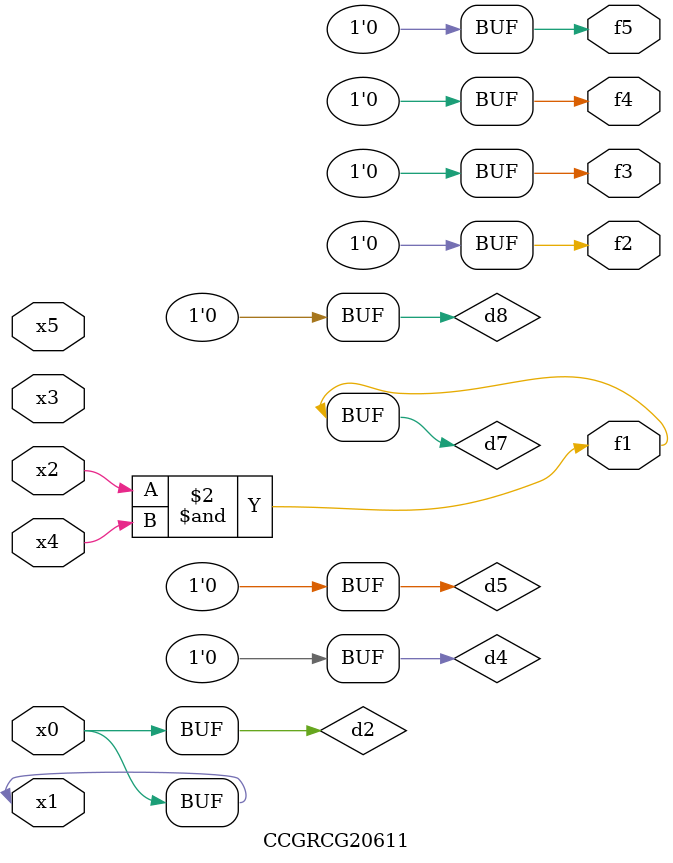
<source format=v>
module CCGRCG20611(
	input x0, x1, x2, x3, x4, x5,
	output f1, f2, f3, f4, f5
);

	wire d1, d2, d3, d4, d5, d6, d7, d8, d9;

	nand (d1, x1);
	buf (d2, x0, x1);
	nand (d3, x2, x4);
	and (d4, d1, d2);
	and (d5, d1, d2);
	nand (d6, d1, d3);
	not (d7, d3);
	xor (d8, d5);
	nor (d9, d5, d6);
	assign f1 = d7;
	assign f2 = d8;
	assign f3 = d8;
	assign f4 = d8;
	assign f5 = d8;
endmodule

</source>
